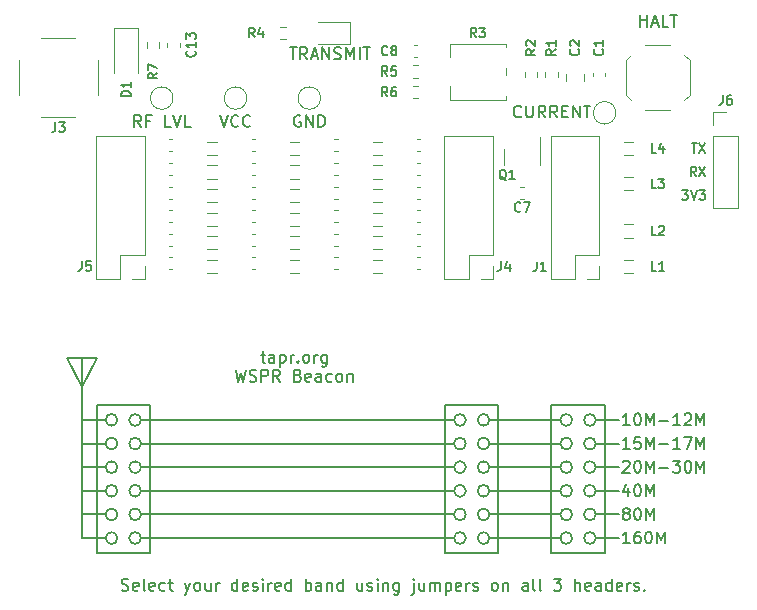
<source format=gbr>
%TF.GenerationSoftware,KiCad,Pcbnew,(6.0.1)*%
%TF.CreationDate,2022-08-09T16:04:10-07:00*%
%TF.ProjectId,WSPR3,57535052-332e-46b6-9963-61645f706362,rev?*%
%TF.SameCoordinates,Original*%
%TF.FileFunction,Legend,Top*%
%TF.FilePolarity,Positive*%
%FSLAX46Y46*%
G04 Gerber Fmt 4.6, Leading zero omitted, Abs format (unit mm)*
G04 Created by KiCad (PCBNEW (6.0.1)) date 2022-08-09 16:04:10*
%MOMM*%
%LPD*%
G01*
G04 APERTURE LIST*
%ADD10C,0.150000*%
%ADD11C,0.120000*%
G04 APERTURE END LIST*
D10*
X62000000Y-98250000D02*
X62750000Y-98250000D01*
X89500000Y-94250000D02*
G75*
G03*
X89500000Y-94250000I-500000J0D01*
G01*
X100500000Y-96250000D02*
G75*
G03*
X100500000Y-96250000I-500000J0D01*
G01*
X98500000Y-92250001D02*
G75*
G03*
X98500000Y-92250001I-500000J0D01*
G01*
X92250000Y-98250000D02*
X96750000Y-98250000D01*
X92250000Y-101500000D02*
X87750000Y-101500000D01*
X87750000Y-101500000D02*
X87750000Y-89000000D01*
X87750000Y-89000000D02*
X92250001Y-89000000D01*
X92250001Y-89000000D02*
X92250000Y-101500000D01*
X89500000Y-92250001D02*
G75*
G03*
X89500000Y-92250001I-500000J0D01*
G01*
X89499999Y-90250000D02*
G75*
G03*
X89499999Y-90250000I-499999J0D01*
G01*
X88500000Y-92250000D02*
X87750000Y-92250000D01*
X100500000Y-94250001D02*
G75*
G03*
X100500000Y-94250001I-500000J0D01*
G01*
X97500000Y-92250000D02*
X96750000Y-92250000D01*
X55750000Y-85000000D02*
X57000000Y-87500000D01*
X97500001Y-94250000D02*
X96750000Y-94250001D01*
X62000000Y-94250000D02*
X62750000Y-94250000D01*
X91500000Y-94250000D02*
X92250000Y-94250000D01*
X62750000Y-90250000D02*
X87750001Y-90250000D01*
X91500000Y-90250000D02*
X92250000Y-90250000D01*
X100500000Y-92250000D02*
G75*
G03*
X100500000Y-92250000I-500000J0D01*
G01*
X100500000Y-100250000D02*
X101250000Y-100250000D01*
X89500000Y-98250000D02*
G75*
G03*
X89500000Y-98250000I-500000J0D01*
G01*
X62000000Y-100250000D02*
G75*
G03*
X62000000Y-100250000I-500000J0D01*
G01*
X62750000Y-96250000D02*
X87750000Y-96250000D01*
X62000000Y-90250000D02*
X62750000Y-90250000D01*
X100500000Y-98250000D02*
X101250000Y-98250000D01*
X59000000Y-94250001D02*
X58250000Y-94250001D01*
X98499999Y-94250000D02*
G75*
G03*
X98499999Y-94250000I-499999J0D01*
G01*
X62750000Y-92250001D02*
X87750000Y-92250000D01*
X92250000Y-92250001D02*
X96750000Y-92250000D01*
X62750000Y-100250000D02*
X87750000Y-100250000D01*
X100500000Y-100250000D02*
G75*
G03*
X100500000Y-100250000I-500000J0D01*
G01*
X61999999Y-92250000D02*
X62750000Y-92250001D01*
X98500000Y-98250000D02*
G75*
G03*
X98500000Y-98250000I-500000J0D01*
G01*
X60000000Y-98250000D02*
G75*
G03*
X60000000Y-98250000I-500000J0D01*
G01*
X89500000Y-96250000D02*
G75*
G03*
X89500000Y-96250000I-500000J0D01*
G01*
X91500002Y-90250000D02*
G75*
G03*
X91500002Y-90250000I-500001J0D01*
G01*
X102500000Y-98250000D02*
X101250000Y-98250000D01*
X100500000Y-98250000D02*
G75*
G03*
X100500000Y-98250000I-500000J0D01*
G01*
X58250000Y-98250000D02*
X57000000Y-98250000D01*
X91500000Y-94250001D02*
G75*
G03*
X91500000Y-94250001I-500000J0D01*
G01*
X91500000Y-96250000D02*
G75*
G03*
X91500000Y-96250000I-500000J0D01*
G01*
X89500000Y-100250000D02*
G75*
G03*
X89500000Y-100250000I-500000J0D01*
G01*
X97500000Y-100250000D02*
X96750000Y-100250000D01*
X91500000Y-92250001D02*
X92250000Y-92250001D01*
X88500000Y-94250001D02*
X87750000Y-94250001D01*
X57000000Y-87500000D02*
X58250000Y-85000000D01*
X57000000Y-87500000D02*
X57000000Y-85000000D01*
X58250000Y-100250000D02*
X57000000Y-100250000D01*
X100500000Y-90250000D02*
X101250000Y-90250000D01*
X88500000Y-96250000D02*
X87750000Y-96250000D01*
X97500001Y-90250000D02*
X96750001Y-90250000D01*
X59000000Y-98250000D02*
X58250000Y-98250000D01*
X100500000Y-94250000D02*
X101250000Y-94250000D01*
X100500000Y-96250000D02*
X101250000Y-96250000D01*
X102500000Y-92250000D02*
X101250001Y-92250000D01*
X91500000Y-100250000D02*
G75*
G03*
X91500000Y-100250000I-500000J0D01*
G01*
X91500000Y-100250000D02*
X92250000Y-100250000D01*
X92250000Y-94250000D02*
X96750000Y-94250001D01*
X58250000Y-96250000D02*
X57000000Y-96250000D01*
X91500000Y-96250000D02*
X92250000Y-96250000D01*
X58249999Y-90250000D02*
X57000000Y-90250000D01*
X100500002Y-90250000D02*
G75*
G03*
X100500002Y-90250000I-500001J0D01*
G01*
X98500000Y-96250000D02*
G75*
G03*
X98500000Y-96250000I-500000J0D01*
G01*
X92250000Y-100250000D02*
X96750000Y-100250000D01*
X97500000Y-96250000D02*
X96750000Y-96250000D01*
X91500000Y-98250000D02*
G75*
G03*
X91500000Y-98250000I-500000J0D01*
G01*
X60000000Y-92250001D02*
G75*
G03*
X60000000Y-92250001I-500000J0D01*
G01*
X62000000Y-96250000D02*
X62750000Y-96250000D01*
X98500000Y-100250000D02*
G75*
G03*
X98500000Y-100250000I-500000J0D01*
G01*
X60000000Y-96250000D02*
G75*
G03*
X60000000Y-96250000I-500000J0D01*
G01*
X102500000Y-100250000D02*
X101250000Y-100250000D01*
X102500000Y-94250001D02*
X101250000Y-94250000D01*
X92250000Y-96240001D02*
X96750000Y-96240000D01*
X59999999Y-90250000D02*
G75*
G03*
X59999999Y-90250000I-499999J0D01*
G01*
X62000002Y-90250000D02*
G75*
G03*
X62000002Y-90250000I-500001J0D01*
G01*
X59000000Y-92250000D02*
X58250000Y-92250000D01*
X60000000Y-100250000D02*
G75*
G03*
X60000000Y-100250000I-500000J0D01*
G01*
X91500000Y-98250000D02*
X92250000Y-98250000D01*
X62750000Y-101500000D02*
X58250000Y-101500000D01*
X58250000Y-101500000D02*
X58250000Y-89000000D01*
X58250000Y-89000000D02*
X62750000Y-89000001D01*
X62750000Y-89000001D02*
X62750000Y-101500000D01*
X100500000Y-92250001D02*
X101250001Y-92250000D01*
X102500001Y-90250000D02*
X101250000Y-90250000D01*
X58250000Y-85000000D02*
X55750000Y-85000000D01*
X59000000Y-96250000D02*
X58250000Y-96250000D01*
X88500000Y-100250000D02*
X87750000Y-100250000D01*
X59000001Y-90250000D02*
X58249999Y-90250000D01*
X102500000Y-96250000D02*
X101250000Y-96250000D01*
X62000000Y-98250000D02*
G75*
G03*
X62000000Y-98250000I-500000J0D01*
G01*
X101250000Y-101500000D02*
X96750000Y-101500000D01*
X96750000Y-101500000D02*
X96750000Y-89000000D01*
X96750000Y-89000000D02*
X101250001Y-89000000D01*
X101250001Y-89000000D02*
X101250000Y-101500000D01*
X62000000Y-96250000D02*
G75*
G03*
X62000000Y-96250000I-500000J0D01*
G01*
X62000000Y-100250000D02*
X62750000Y-100250000D01*
X97500000Y-98250000D02*
X96750000Y-98250000D01*
X88500000Y-98250000D02*
X87750000Y-98250000D01*
X59000000Y-100250000D02*
X58250000Y-100250000D01*
X60000000Y-94250000D02*
G75*
G03*
X60000000Y-94250000I-500000J0D01*
G01*
X98499999Y-90250000D02*
G75*
G03*
X98499999Y-90250000I-499999J0D01*
G01*
X62750000Y-94250000D02*
X87750000Y-94250001D01*
X91500000Y-92250000D02*
G75*
G03*
X91500000Y-92250000I-500000J0D01*
G01*
X88500001Y-90250000D02*
X87750001Y-90250000D01*
X92250000Y-90250000D02*
X96750001Y-90250000D01*
X62750000Y-98250000D02*
X87750000Y-98250000D01*
X61999999Y-92250000D02*
G75*
G03*
X61999999Y-92250000I-499999J0D01*
G01*
X58250000Y-92250000D02*
X57000000Y-92250001D01*
X58250000Y-94250001D02*
X57000000Y-94250000D01*
X62000000Y-94250001D02*
G75*
G03*
X62000000Y-94250001I-500000J0D01*
G01*
X57000000Y-87500000D02*
X57000000Y-100250000D01*
X108988214Y-69611904D02*
X108721547Y-69230952D01*
X108531071Y-69611904D02*
X108531071Y-68811904D01*
X108835833Y-68811904D01*
X108912023Y-68850000D01*
X108950119Y-68888095D01*
X108988214Y-68964285D01*
X108988214Y-69078571D01*
X108950119Y-69154761D01*
X108912023Y-69192857D01*
X108835833Y-69230952D01*
X108531071Y-69230952D01*
X109254880Y-68811904D02*
X109788214Y-69611904D01*
X109788214Y-68811904D02*
X109254880Y-69611904D01*
X62011904Y-65452380D02*
X61678571Y-64976190D01*
X61440476Y-65452380D02*
X61440476Y-64452380D01*
X61821428Y-64452380D01*
X61916666Y-64500000D01*
X61964285Y-64547619D01*
X62011904Y-64642857D01*
X62011904Y-64785714D01*
X61964285Y-64880952D01*
X61916666Y-64928571D01*
X61821428Y-64976190D01*
X61440476Y-64976190D01*
X62773809Y-64928571D02*
X62440476Y-64928571D01*
X62440476Y-65452380D02*
X62440476Y-64452380D01*
X62916666Y-64452380D01*
X64535714Y-65452380D02*
X64059523Y-65452380D01*
X64059523Y-64452380D01*
X64726190Y-64452380D02*
X65059523Y-65452380D01*
X65392857Y-64452380D01*
X66202380Y-65452380D02*
X65726190Y-65452380D01*
X65726190Y-64452380D01*
X102787976Y-93797620D02*
X102835595Y-93750001D01*
X102930833Y-93702381D01*
X103168928Y-93702381D01*
X103264166Y-93750001D01*
X103311785Y-93797620D01*
X103359404Y-93892858D01*
X103359404Y-93988096D01*
X103311785Y-94130953D01*
X102740357Y-94702381D01*
X103359404Y-94702381D01*
X103978452Y-93702381D02*
X104073690Y-93702381D01*
X104168928Y-93750001D01*
X104216547Y-93797620D01*
X104264166Y-93892858D01*
X104311785Y-94083334D01*
X104311785Y-94321429D01*
X104264166Y-94511905D01*
X104216547Y-94607143D01*
X104168928Y-94654762D01*
X104073690Y-94702381D01*
X103978452Y-94702381D01*
X103883214Y-94654762D01*
X103835595Y-94607143D01*
X103787976Y-94511905D01*
X103740357Y-94321429D01*
X103740357Y-94083334D01*
X103787976Y-93892858D01*
X103835595Y-93797620D01*
X103883214Y-93750001D01*
X103978452Y-93702381D01*
X104740357Y-94702381D02*
X104740357Y-93702381D01*
X105073690Y-94416667D01*
X105407023Y-93702381D01*
X105407023Y-94702381D01*
X105883214Y-94321429D02*
X106645119Y-94321429D01*
X107026071Y-93702381D02*
X107645119Y-93702381D01*
X107311785Y-94083334D01*
X107454642Y-94083334D01*
X107549880Y-94130953D01*
X107597500Y-94178572D01*
X107645119Y-94273810D01*
X107645119Y-94511905D01*
X107597500Y-94607143D01*
X107549880Y-94654762D01*
X107454642Y-94702381D01*
X107168928Y-94702381D01*
X107073690Y-94654762D01*
X107026071Y-94607143D01*
X108264166Y-93702381D02*
X108359404Y-93702381D01*
X108454642Y-93750001D01*
X108502261Y-93797620D01*
X108549880Y-93892858D01*
X108597500Y-94083334D01*
X108597500Y-94321429D01*
X108549880Y-94511905D01*
X108502261Y-94607143D01*
X108454642Y-94654762D01*
X108359404Y-94702381D01*
X108264166Y-94702381D01*
X108168928Y-94654762D01*
X108121309Y-94607143D01*
X108073690Y-94511905D01*
X108026071Y-94321429D01*
X108026071Y-94083334D01*
X108073690Y-93892858D01*
X108121309Y-93797620D01*
X108168928Y-93750001D01*
X108264166Y-93702381D01*
X109026071Y-94702381D02*
X109026071Y-93702381D01*
X109359404Y-94416667D01*
X109692738Y-93702381D01*
X109692738Y-94702381D01*
X72142857Y-84730714D02*
X72523809Y-84730714D01*
X72285714Y-84397380D02*
X72285714Y-85254523D01*
X72333333Y-85349761D01*
X72428571Y-85397380D01*
X72523809Y-85397380D01*
X73285714Y-85397380D02*
X73285714Y-84873571D01*
X73238095Y-84778333D01*
X73142857Y-84730714D01*
X72952380Y-84730714D01*
X72857142Y-84778333D01*
X73285714Y-85349761D02*
X73190476Y-85397380D01*
X72952380Y-85397380D01*
X72857142Y-85349761D01*
X72809523Y-85254523D01*
X72809523Y-85159285D01*
X72857142Y-85064047D01*
X72952380Y-85016428D01*
X73190476Y-85016428D01*
X73285714Y-84968809D01*
X73761904Y-84730714D02*
X73761904Y-85730714D01*
X73761904Y-84778333D02*
X73857142Y-84730714D01*
X74047619Y-84730714D01*
X74142857Y-84778333D01*
X74190476Y-84825952D01*
X74238095Y-84921190D01*
X74238095Y-85206904D01*
X74190476Y-85302142D01*
X74142857Y-85349761D01*
X74047619Y-85397380D01*
X73857142Y-85397380D01*
X73761904Y-85349761D01*
X74666666Y-85397380D02*
X74666666Y-84730714D01*
X74666666Y-84921190D02*
X74714285Y-84825952D01*
X74761904Y-84778333D01*
X74857142Y-84730714D01*
X74952380Y-84730714D01*
X75285714Y-85302142D02*
X75333333Y-85349761D01*
X75285714Y-85397380D01*
X75238095Y-85349761D01*
X75285714Y-85302142D01*
X75285714Y-85397380D01*
X75904761Y-85397380D02*
X75809523Y-85349761D01*
X75761904Y-85302142D01*
X75714285Y-85206904D01*
X75714285Y-84921190D01*
X75761904Y-84825952D01*
X75809523Y-84778333D01*
X75904761Y-84730714D01*
X76047619Y-84730714D01*
X76142857Y-84778333D01*
X76190476Y-84825952D01*
X76238095Y-84921190D01*
X76238095Y-85206904D01*
X76190476Y-85302142D01*
X76142857Y-85349761D01*
X76047619Y-85397380D01*
X75904761Y-85397380D01*
X76666666Y-85397380D02*
X76666666Y-84730714D01*
X76666666Y-84921190D02*
X76714285Y-84825952D01*
X76761904Y-84778333D01*
X76857142Y-84730714D01*
X76952380Y-84730714D01*
X77714285Y-84730714D02*
X77714285Y-85540238D01*
X77666666Y-85635476D01*
X77619047Y-85683095D01*
X77523809Y-85730714D01*
X77380952Y-85730714D01*
X77285714Y-85683095D01*
X77714285Y-85349761D02*
X77619047Y-85397380D01*
X77428571Y-85397380D01*
X77333333Y-85349761D01*
X77285714Y-85302142D01*
X77238095Y-85206904D01*
X77238095Y-84921190D01*
X77285714Y-84825952D01*
X77333333Y-84778333D01*
X77428571Y-84730714D01*
X77619047Y-84730714D01*
X77714285Y-84778333D01*
X70000000Y-86007380D02*
X70238095Y-87007380D01*
X70428571Y-86293095D01*
X70619047Y-87007380D01*
X70857142Y-86007380D01*
X71190476Y-86959761D02*
X71333333Y-87007380D01*
X71571428Y-87007380D01*
X71666666Y-86959761D01*
X71714285Y-86912142D01*
X71761904Y-86816904D01*
X71761904Y-86721666D01*
X71714285Y-86626428D01*
X71666666Y-86578809D01*
X71571428Y-86531190D01*
X71380952Y-86483571D01*
X71285714Y-86435952D01*
X71238095Y-86388333D01*
X71190476Y-86293095D01*
X71190476Y-86197857D01*
X71238095Y-86102619D01*
X71285714Y-86055000D01*
X71380952Y-86007380D01*
X71619047Y-86007380D01*
X71761904Y-86055000D01*
X72190476Y-87007380D02*
X72190476Y-86007380D01*
X72571428Y-86007380D01*
X72666666Y-86055000D01*
X72714285Y-86102619D01*
X72761904Y-86197857D01*
X72761904Y-86340714D01*
X72714285Y-86435952D01*
X72666666Y-86483571D01*
X72571428Y-86531190D01*
X72190476Y-86531190D01*
X73761904Y-87007380D02*
X73428571Y-86531190D01*
X73190476Y-87007380D02*
X73190476Y-86007380D01*
X73571428Y-86007380D01*
X73666666Y-86055000D01*
X73714285Y-86102619D01*
X73761904Y-86197857D01*
X73761904Y-86340714D01*
X73714285Y-86435952D01*
X73666666Y-86483571D01*
X73571428Y-86531190D01*
X73190476Y-86531190D01*
X75285714Y-86483571D02*
X75428571Y-86531190D01*
X75476190Y-86578809D01*
X75523809Y-86674047D01*
X75523809Y-86816904D01*
X75476190Y-86912142D01*
X75428571Y-86959761D01*
X75333333Y-87007380D01*
X74952380Y-87007380D01*
X74952380Y-86007380D01*
X75285714Y-86007380D01*
X75380952Y-86055000D01*
X75428571Y-86102619D01*
X75476190Y-86197857D01*
X75476190Y-86293095D01*
X75428571Y-86388333D01*
X75380952Y-86435952D01*
X75285714Y-86483571D01*
X74952380Y-86483571D01*
X76333333Y-86959761D02*
X76238095Y-87007380D01*
X76047619Y-87007380D01*
X75952380Y-86959761D01*
X75904761Y-86864523D01*
X75904761Y-86483571D01*
X75952380Y-86388333D01*
X76047619Y-86340714D01*
X76238095Y-86340714D01*
X76333333Y-86388333D01*
X76380952Y-86483571D01*
X76380952Y-86578809D01*
X75904761Y-86674047D01*
X77238095Y-87007380D02*
X77238095Y-86483571D01*
X77190476Y-86388333D01*
X77095238Y-86340714D01*
X76904761Y-86340714D01*
X76809523Y-86388333D01*
X77238095Y-86959761D02*
X77142857Y-87007380D01*
X76904761Y-87007380D01*
X76809523Y-86959761D01*
X76761904Y-86864523D01*
X76761904Y-86769285D01*
X76809523Y-86674047D01*
X76904761Y-86626428D01*
X77142857Y-86626428D01*
X77238095Y-86578809D01*
X78142857Y-86959761D02*
X78047619Y-87007380D01*
X77857142Y-87007380D01*
X77761904Y-86959761D01*
X77714285Y-86912142D01*
X77666666Y-86816904D01*
X77666666Y-86531190D01*
X77714285Y-86435952D01*
X77761904Y-86388333D01*
X77857142Y-86340714D01*
X78047619Y-86340714D01*
X78142857Y-86388333D01*
X78714285Y-87007380D02*
X78619047Y-86959761D01*
X78571428Y-86912142D01*
X78523809Y-86816904D01*
X78523809Y-86531190D01*
X78571428Y-86435952D01*
X78619047Y-86388333D01*
X78714285Y-86340714D01*
X78857142Y-86340714D01*
X78952380Y-86388333D01*
X79000000Y-86435952D01*
X79047619Y-86531190D01*
X79047619Y-86816904D01*
X79000000Y-86912142D01*
X78952380Y-86959761D01*
X78857142Y-87007380D01*
X78714285Y-87007380D01*
X79476190Y-86340714D02*
X79476190Y-87007380D01*
X79476190Y-86435952D02*
X79523809Y-86388333D01*
X79619047Y-86340714D01*
X79761904Y-86340714D01*
X79857142Y-86388333D01*
X79904761Y-86483571D01*
X79904761Y-87007380D01*
X103359404Y-100702380D02*
X102787976Y-100702380D01*
X103073690Y-100702380D02*
X103073690Y-99702380D01*
X102978452Y-99845238D01*
X102883214Y-99940476D01*
X102787976Y-99988095D01*
X104216547Y-99702380D02*
X104026071Y-99702380D01*
X103930833Y-99750000D01*
X103883214Y-99797619D01*
X103787976Y-99940476D01*
X103740357Y-100130952D01*
X103740357Y-100511904D01*
X103787976Y-100607142D01*
X103835595Y-100654761D01*
X103930833Y-100702380D01*
X104121309Y-100702380D01*
X104216547Y-100654761D01*
X104264166Y-100607142D01*
X104311785Y-100511904D01*
X104311785Y-100273809D01*
X104264166Y-100178571D01*
X104216547Y-100130952D01*
X104121309Y-100083333D01*
X103930833Y-100083333D01*
X103835595Y-100130952D01*
X103787976Y-100178571D01*
X103740357Y-100273809D01*
X104930833Y-99702380D02*
X105026071Y-99702380D01*
X105121309Y-99750000D01*
X105168928Y-99797619D01*
X105216547Y-99892857D01*
X105264166Y-100083333D01*
X105264166Y-100321428D01*
X105216547Y-100511904D01*
X105168928Y-100607142D01*
X105121309Y-100654761D01*
X105026071Y-100702380D01*
X104930833Y-100702380D01*
X104835595Y-100654761D01*
X104787976Y-100607142D01*
X104740357Y-100511904D01*
X104692738Y-100321428D01*
X104692738Y-100083333D01*
X104740357Y-99892857D01*
X104787976Y-99797619D01*
X104835595Y-99750000D01*
X104930833Y-99702380D01*
X105692738Y-100702380D02*
X105692738Y-99702380D01*
X106026071Y-100416666D01*
X106359404Y-99702380D01*
X106359404Y-100702380D01*
X103359404Y-92702380D02*
X102787976Y-92702380D01*
X103073690Y-92702380D02*
X103073690Y-91702380D01*
X102978452Y-91845238D01*
X102883214Y-91940476D01*
X102787976Y-91988095D01*
X104264166Y-91702380D02*
X103787976Y-91702380D01*
X103740357Y-92178571D01*
X103787976Y-92130952D01*
X103883214Y-92083333D01*
X104121309Y-92083333D01*
X104216547Y-92130952D01*
X104264166Y-92178571D01*
X104311785Y-92273809D01*
X104311785Y-92511904D01*
X104264166Y-92607142D01*
X104216547Y-92654761D01*
X104121309Y-92702380D01*
X103883214Y-92702380D01*
X103787976Y-92654761D01*
X103740357Y-92607142D01*
X104740357Y-92702380D02*
X104740357Y-91702380D01*
X105073690Y-92416666D01*
X105407023Y-91702380D01*
X105407023Y-92702380D01*
X105883214Y-92321428D02*
X106645119Y-92321428D01*
X107645119Y-92702380D02*
X107073690Y-92702380D01*
X107359404Y-92702380D02*
X107359404Y-91702380D01*
X107264166Y-91845238D01*
X107168928Y-91940476D01*
X107073690Y-91988095D01*
X107978452Y-91702380D02*
X108645119Y-91702380D01*
X108216547Y-92702380D01*
X109026071Y-92702380D02*
X109026071Y-91702380D01*
X109359404Y-92416666D01*
X109692738Y-91702380D01*
X109692738Y-92702380D01*
X104250000Y-56952380D02*
X104250000Y-55952380D01*
X104250000Y-56428571D02*
X104821428Y-56428571D01*
X104821428Y-56952380D02*
X104821428Y-55952380D01*
X105250000Y-56666666D02*
X105726190Y-56666666D01*
X105154761Y-56952380D02*
X105488095Y-55952380D01*
X105821428Y-56952380D01*
X106630952Y-56952380D02*
X106154761Y-56952380D01*
X106154761Y-55952380D01*
X106821428Y-55952380D02*
X107392857Y-55952380D01*
X107107142Y-56952380D02*
X107107142Y-55952380D01*
X108607261Y-66811904D02*
X109064404Y-66811904D01*
X108835833Y-67611904D02*
X108835833Y-66811904D01*
X109254880Y-66811904D02*
X109788214Y-67611904D01*
X109788214Y-66811904D02*
X109254880Y-67611904D01*
X60357142Y-104654761D02*
X60500000Y-104702380D01*
X60738095Y-104702380D01*
X60833333Y-104654761D01*
X60880952Y-104607142D01*
X60928571Y-104511904D01*
X60928571Y-104416666D01*
X60880952Y-104321428D01*
X60833333Y-104273809D01*
X60738095Y-104226190D01*
X60547619Y-104178571D01*
X60452380Y-104130952D01*
X60404761Y-104083333D01*
X60357142Y-103988095D01*
X60357142Y-103892857D01*
X60404761Y-103797619D01*
X60452380Y-103750000D01*
X60547619Y-103702380D01*
X60785714Y-103702380D01*
X60928571Y-103750000D01*
X61738095Y-104654761D02*
X61642857Y-104702380D01*
X61452380Y-104702380D01*
X61357142Y-104654761D01*
X61309523Y-104559523D01*
X61309523Y-104178571D01*
X61357142Y-104083333D01*
X61452380Y-104035714D01*
X61642857Y-104035714D01*
X61738095Y-104083333D01*
X61785714Y-104178571D01*
X61785714Y-104273809D01*
X61309523Y-104369047D01*
X62357142Y-104702380D02*
X62261904Y-104654761D01*
X62214285Y-104559523D01*
X62214285Y-103702380D01*
X63119047Y-104654761D02*
X63023809Y-104702380D01*
X62833333Y-104702380D01*
X62738095Y-104654761D01*
X62690476Y-104559523D01*
X62690476Y-104178571D01*
X62738095Y-104083333D01*
X62833333Y-104035714D01*
X63023809Y-104035714D01*
X63119047Y-104083333D01*
X63166666Y-104178571D01*
X63166666Y-104273809D01*
X62690476Y-104369047D01*
X64023809Y-104654761D02*
X63928571Y-104702380D01*
X63738095Y-104702380D01*
X63642857Y-104654761D01*
X63595238Y-104607142D01*
X63547619Y-104511904D01*
X63547619Y-104226190D01*
X63595238Y-104130952D01*
X63642857Y-104083333D01*
X63738095Y-104035714D01*
X63928571Y-104035714D01*
X64023809Y-104083333D01*
X64309523Y-104035714D02*
X64690476Y-104035714D01*
X64452380Y-103702380D02*
X64452380Y-104559523D01*
X64500000Y-104654761D01*
X64595238Y-104702380D01*
X64690476Y-104702380D01*
X65690476Y-104035714D02*
X65928571Y-104702380D01*
X66166666Y-104035714D02*
X65928571Y-104702380D01*
X65833333Y-104940476D01*
X65785714Y-104988095D01*
X65690476Y-105035714D01*
X66690476Y-104702380D02*
X66595238Y-104654761D01*
X66547619Y-104607142D01*
X66500000Y-104511904D01*
X66500000Y-104226190D01*
X66547619Y-104130952D01*
X66595238Y-104083333D01*
X66690476Y-104035714D01*
X66833333Y-104035714D01*
X66928571Y-104083333D01*
X66976190Y-104130952D01*
X67023809Y-104226190D01*
X67023809Y-104511904D01*
X66976190Y-104607142D01*
X66928571Y-104654761D01*
X66833333Y-104702380D01*
X66690476Y-104702380D01*
X67880952Y-104035714D02*
X67880952Y-104702380D01*
X67452380Y-104035714D02*
X67452380Y-104559523D01*
X67500000Y-104654761D01*
X67595238Y-104702380D01*
X67738095Y-104702380D01*
X67833333Y-104654761D01*
X67880952Y-104607142D01*
X68357142Y-104702380D02*
X68357142Y-104035714D01*
X68357142Y-104226190D02*
X68404761Y-104130952D01*
X68452380Y-104083333D01*
X68547619Y-104035714D01*
X68642857Y-104035714D01*
X70166666Y-104702380D02*
X70166666Y-103702380D01*
X70166666Y-104654761D02*
X70071428Y-104702380D01*
X69880952Y-104702380D01*
X69785714Y-104654761D01*
X69738095Y-104607142D01*
X69690476Y-104511904D01*
X69690476Y-104226190D01*
X69738095Y-104130952D01*
X69785714Y-104083333D01*
X69880952Y-104035714D01*
X70071428Y-104035714D01*
X70166666Y-104083333D01*
X71023809Y-104654761D02*
X70928571Y-104702380D01*
X70738095Y-104702380D01*
X70642857Y-104654761D01*
X70595238Y-104559523D01*
X70595238Y-104178571D01*
X70642857Y-104083333D01*
X70738095Y-104035714D01*
X70928571Y-104035714D01*
X71023809Y-104083333D01*
X71071428Y-104178571D01*
X71071428Y-104273809D01*
X70595238Y-104369047D01*
X71452380Y-104654761D02*
X71547619Y-104702380D01*
X71738095Y-104702380D01*
X71833333Y-104654761D01*
X71880952Y-104559523D01*
X71880952Y-104511904D01*
X71833333Y-104416666D01*
X71738095Y-104369047D01*
X71595238Y-104369047D01*
X71500000Y-104321428D01*
X71452380Y-104226190D01*
X71452380Y-104178571D01*
X71500000Y-104083333D01*
X71595238Y-104035714D01*
X71738095Y-104035714D01*
X71833333Y-104083333D01*
X72309523Y-104702380D02*
X72309523Y-104035714D01*
X72309523Y-103702380D02*
X72261904Y-103750000D01*
X72309523Y-103797619D01*
X72357142Y-103750000D01*
X72309523Y-103702380D01*
X72309523Y-103797619D01*
X72785714Y-104702380D02*
X72785714Y-104035714D01*
X72785714Y-104226190D02*
X72833333Y-104130952D01*
X72880952Y-104083333D01*
X72976190Y-104035714D01*
X73071428Y-104035714D01*
X73785714Y-104654761D02*
X73690476Y-104702380D01*
X73500000Y-104702380D01*
X73404761Y-104654761D01*
X73357142Y-104559523D01*
X73357142Y-104178571D01*
X73404761Y-104083333D01*
X73500000Y-104035714D01*
X73690476Y-104035714D01*
X73785714Y-104083333D01*
X73833333Y-104178571D01*
X73833333Y-104273809D01*
X73357142Y-104369047D01*
X74690476Y-104702380D02*
X74690476Y-103702380D01*
X74690476Y-104654761D02*
X74595238Y-104702380D01*
X74404761Y-104702380D01*
X74309523Y-104654761D01*
X74261904Y-104607142D01*
X74214285Y-104511904D01*
X74214285Y-104226190D01*
X74261904Y-104130952D01*
X74309523Y-104083333D01*
X74404761Y-104035714D01*
X74595238Y-104035714D01*
X74690476Y-104083333D01*
X75928571Y-104702380D02*
X75928571Y-103702380D01*
X75928571Y-104083333D02*
X76023809Y-104035714D01*
X76214285Y-104035714D01*
X76309523Y-104083333D01*
X76357142Y-104130952D01*
X76404761Y-104226190D01*
X76404761Y-104511904D01*
X76357142Y-104607142D01*
X76309523Y-104654761D01*
X76214285Y-104702380D01*
X76023809Y-104702380D01*
X75928571Y-104654761D01*
X77261904Y-104702380D02*
X77261904Y-104178571D01*
X77214285Y-104083333D01*
X77119047Y-104035714D01*
X76928571Y-104035714D01*
X76833333Y-104083333D01*
X77261904Y-104654761D02*
X77166666Y-104702380D01*
X76928571Y-104702380D01*
X76833333Y-104654761D01*
X76785714Y-104559523D01*
X76785714Y-104464285D01*
X76833333Y-104369047D01*
X76928571Y-104321428D01*
X77166666Y-104321428D01*
X77261904Y-104273809D01*
X77738095Y-104035714D02*
X77738095Y-104702380D01*
X77738095Y-104130952D02*
X77785714Y-104083333D01*
X77880952Y-104035714D01*
X78023809Y-104035714D01*
X78119047Y-104083333D01*
X78166666Y-104178571D01*
X78166666Y-104702380D01*
X79071428Y-104702380D02*
X79071428Y-103702380D01*
X79071428Y-104654761D02*
X78976190Y-104702380D01*
X78785714Y-104702380D01*
X78690476Y-104654761D01*
X78642857Y-104607142D01*
X78595238Y-104511904D01*
X78595238Y-104226190D01*
X78642857Y-104130952D01*
X78690476Y-104083333D01*
X78785714Y-104035714D01*
X78976190Y-104035714D01*
X79071428Y-104083333D01*
X80738095Y-104035714D02*
X80738095Y-104702380D01*
X80309523Y-104035714D02*
X80309523Y-104559523D01*
X80357142Y-104654761D01*
X80452380Y-104702380D01*
X80595238Y-104702380D01*
X80690476Y-104654761D01*
X80738095Y-104607142D01*
X81166666Y-104654761D02*
X81261904Y-104702380D01*
X81452380Y-104702380D01*
X81547619Y-104654761D01*
X81595238Y-104559523D01*
X81595238Y-104511904D01*
X81547619Y-104416666D01*
X81452380Y-104369047D01*
X81309523Y-104369047D01*
X81214285Y-104321428D01*
X81166666Y-104226190D01*
X81166666Y-104178571D01*
X81214285Y-104083333D01*
X81309523Y-104035714D01*
X81452380Y-104035714D01*
X81547619Y-104083333D01*
X82023809Y-104702380D02*
X82023809Y-104035714D01*
X82023809Y-103702380D02*
X81976190Y-103750000D01*
X82023809Y-103797619D01*
X82071428Y-103750000D01*
X82023809Y-103702380D01*
X82023809Y-103797619D01*
X82500000Y-104035714D02*
X82500000Y-104702380D01*
X82500000Y-104130952D02*
X82547619Y-104083333D01*
X82642857Y-104035714D01*
X82785714Y-104035714D01*
X82880952Y-104083333D01*
X82928571Y-104178571D01*
X82928571Y-104702380D01*
X83833333Y-104035714D02*
X83833333Y-104845238D01*
X83785714Y-104940476D01*
X83738095Y-104988095D01*
X83642857Y-105035714D01*
X83500000Y-105035714D01*
X83404761Y-104988095D01*
X83833333Y-104654761D02*
X83738095Y-104702380D01*
X83547619Y-104702380D01*
X83452380Y-104654761D01*
X83404761Y-104607142D01*
X83357142Y-104511904D01*
X83357142Y-104226190D01*
X83404761Y-104130952D01*
X83452380Y-104083333D01*
X83547619Y-104035714D01*
X83738095Y-104035714D01*
X83833333Y-104083333D01*
X85071428Y-104035714D02*
X85071428Y-104892857D01*
X85023809Y-104988095D01*
X84928571Y-105035714D01*
X84880952Y-105035714D01*
X85071428Y-103702380D02*
X85023809Y-103750000D01*
X85071428Y-103797619D01*
X85119047Y-103750000D01*
X85071428Y-103702380D01*
X85071428Y-103797619D01*
X85976190Y-104035714D02*
X85976190Y-104702380D01*
X85547619Y-104035714D02*
X85547619Y-104559523D01*
X85595238Y-104654761D01*
X85690476Y-104702380D01*
X85833333Y-104702380D01*
X85928571Y-104654761D01*
X85976190Y-104607142D01*
X86452380Y-104702380D02*
X86452380Y-104035714D01*
X86452380Y-104130952D02*
X86500000Y-104083333D01*
X86595238Y-104035714D01*
X86738095Y-104035714D01*
X86833333Y-104083333D01*
X86880952Y-104178571D01*
X86880952Y-104702380D01*
X86880952Y-104178571D02*
X86928571Y-104083333D01*
X87023809Y-104035714D01*
X87166666Y-104035714D01*
X87261904Y-104083333D01*
X87309523Y-104178571D01*
X87309523Y-104702380D01*
X87785714Y-104035714D02*
X87785714Y-105035714D01*
X87785714Y-104083333D02*
X87880952Y-104035714D01*
X88071428Y-104035714D01*
X88166666Y-104083333D01*
X88214285Y-104130952D01*
X88261904Y-104226190D01*
X88261904Y-104511904D01*
X88214285Y-104607142D01*
X88166666Y-104654761D01*
X88071428Y-104702380D01*
X87880952Y-104702380D01*
X87785714Y-104654761D01*
X89071428Y-104654761D02*
X88976190Y-104702380D01*
X88785714Y-104702380D01*
X88690476Y-104654761D01*
X88642857Y-104559523D01*
X88642857Y-104178571D01*
X88690476Y-104083333D01*
X88785714Y-104035714D01*
X88976190Y-104035714D01*
X89071428Y-104083333D01*
X89119047Y-104178571D01*
X89119047Y-104273809D01*
X88642857Y-104369047D01*
X89547619Y-104702380D02*
X89547619Y-104035714D01*
X89547619Y-104226190D02*
X89595238Y-104130952D01*
X89642857Y-104083333D01*
X89738095Y-104035714D01*
X89833333Y-104035714D01*
X90119047Y-104654761D02*
X90214285Y-104702380D01*
X90404761Y-104702380D01*
X90500000Y-104654761D01*
X90547619Y-104559523D01*
X90547619Y-104511904D01*
X90500000Y-104416666D01*
X90404761Y-104369047D01*
X90261904Y-104369047D01*
X90166666Y-104321428D01*
X90119047Y-104226190D01*
X90119047Y-104178571D01*
X90166666Y-104083333D01*
X90261904Y-104035714D01*
X90404761Y-104035714D01*
X90500000Y-104083333D01*
X91880952Y-104702380D02*
X91785714Y-104654761D01*
X91738095Y-104607142D01*
X91690476Y-104511904D01*
X91690476Y-104226190D01*
X91738095Y-104130952D01*
X91785714Y-104083333D01*
X91880952Y-104035714D01*
X92023809Y-104035714D01*
X92119047Y-104083333D01*
X92166666Y-104130952D01*
X92214285Y-104226190D01*
X92214285Y-104511904D01*
X92166666Y-104607142D01*
X92119047Y-104654761D01*
X92023809Y-104702380D01*
X91880952Y-104702380D01*
X92642857Y-104035714D02*
X92642857Y-104702380D01*
X92642857Y-104130952D02*
X92690476Y-104083333D01*
X92785714Y-104035714D01*
X92928571Y-104035714D01*
X93023809Y-104083333D01*
X93071428Y-104178571D01*
X93071428Y-104702380D01*
X94738095Y-104702380D02*
X94738095Y-104178571D01*
X94690476Y-104083333D01*
X94595238Y-104035714D01*
X94404761Y-104035714D01*
X94309523Y-104083333D01*
X94738095Y-104654761D02*
X94642857Y-104702380D01*
X94404761Y-104702380D01*
X94309523Y-104654761D01*
X94261904Y-104559523D01*
X94261904Y-104464285D01*
X94309523Y-104369047D01*
X94404761Y-104321428D01*
X94642857Y-104321428D01*
X94738095Y-104273809D01*
X95357142Y-104702380D02*
X95261904Y-104654761D01*
X95214285Y-104559523D01*
X95214285Y-103702380D01*
X95880952Y-104702380D02*
X95785714Y-104654761D01*
X95738095Y-104559523D01*
X95738095Y-103702380D01*
X96928571Y-103702380D02*
X97547619Y-103702380D01*
X97214285Y-104083333D01*
X97357142Y-104083333D01*
X97452380Y-104130952D01*
X97499999Y-104178571D01*
X97547619Y-104273809D01*
X97547619Y-104511904D01*
X97499999Y-104607142D01*
X97452380Y-104654761D01*
X97357142Y-104702380D01*
X97071428Y-104702380D01*
X96976190Y-104654761D01*
X96928571Y-104607142D01*
X98738095Y-104702380D02*
X98738095Y-103702380D01*
X99166666Y-104702380D02*
X99166666Y-104178571D01*
X99119047Y-104083333D01*
X99023809Y-104035714D01*
X98880952Y-104035714D01*
X98785714Y-104083333D01*
X98738095Y-104130952D01*
X100023809Y-104654761D02*
X99928571Y-104702380D01*
X99738095Y-104702380D01*
X99642857Y-104654761D01*
X99595238Y-104559523D01*
X99595238Y-104178571D01*
X99642857Y-104083333D01*
X99738095Y-104035714D01*
X99928571Y-104035714D01*
X100023809Y-104083333D01*
X100071428Y-104178571D01*
X100071428Y-104273809D01*
X99595238Y-104369047D01*
X100928571Y-104702380D02*
X100928571Y-104178571D01*
X100880952Y-104083333D01*
X100785714Y-104035714D01*
X100595238Y-104035714D01*
X100499999Y-104083333D01*
X100928571Y-104654761D02*
X100833333Y-104702380D01*
X100595238Y-104702380D01*
X100499999Y-104654761D01*
X100452380Y-104559523D01*
X100452380Y-104464285D01*
X100499999Y-104369047D01*
X100595238Y-104321428D01*
X100833333Y-104321428D01*
X100928571Y-104273809D01*
X101833333Y-104702380D02*
X101833333Y-103702380D01*
X101833333Y-104654761D02*
X101738095Y-104702380D01*
X101547619Y-104702380D01*
X101452380Y-104654761D01*
X101404761Y-104607142D01*
X101357142Y-104511904D01*
X101357142Y-104226190D01*
X101404761Y-104130952D01*
X101452380Y-104083333D01*
X101547619Y-104035714D01*
X101738095Y-104035714D01*
X101833333Y-104083333D01*
X102690476Y-104654761D02*
X102595238Y-104702380D01*
X102404761Y-104702380D01*
X102309523Y-104654761D01*
X102261904Y-104559523D01*
X102261904Y-104178571D01*
X102309523Y-104083333D01*
X102404761Y-104035714D01*
X102595238Y-104035714D01*
X102690476Y-104083333D01*
X102738095Y-104178571D01*
X102738095Y-104273809D01*
X102261904Y-104369047D01*
X103166666Y-104702380D02*
X103166666Y-104035714D01*
X103166666Y-104226190D02*
X103214285Y-104130952D01*
X103261904Y-104083333D01*
X103357142Y-104035714D01*
X103452380Y-104035714D01*
X103738095Y-104654761D02*
X103833333Y-104702380D01*
X104023809Y-104702380D01*
X104119047Y-104654761D01*
X104166666Y-104559523D01*
X104166666Y-104511904D01*
X104119047Y-104416666D01*
X104023809Y-104369047D01*
X103880952Y-104369047D01*
X103785714Y-104321428D01*
X103738095Y-104226190D01*
X103738095Y-104178571D01*
X103785714Y-104083333D01*
X103880952Y-104035714D01*
X104023809Y-104035714D01*
X104119047Y-104083333D01*
X104595238Y-104607142D02*
X104642857Y-104654761D01*
X104595238Y-104702380D01*
X104547619Y-104654761D01*
X104595238Y-104607142D01*
X104595238Y-104702380D01*
X75488095Y-64500000D02*
X75392857Y-64452380D01*
X75250000Y-64452380D01*
X75107142Y-64500000D01*
X75011904Y-64595238D01*
X74964285Y-64690476D01*
X74916666Y-64880952D01*
X74916666Y-65023809D01*
X74964285Y-65214285D01*
X75011904Y-65309523D01*
X75107142Y-65404761D01*
X75250000Y-65452380D01*
X75345238Y-65452380D01*
X75488095Y-65404761D01*
X75535714Y-65357142D01*
X75535714Y-65023809D01*
X75345238Y-65023809D01*
X75964285Y-65452380D02*
X75964285Y-64452380D01*
X76535714Y-65452380D01*
X76535714Y-64452380D01*
X77011904Y-65452380D02*
X77011904Y-64452380D01*
X77250000Y-64452380D01*
X77392857Y-64500000D01*
X77488095Y-64595238D01*
X77535714Y-64690476D01*
X77583333Y-64880952D01*
X77583333Y-65023809D01*
X77535714Y-65214285D01*
X77488095Y-65309523D01*
X77392857Y-65404761D01*
X77250000Y-65452380D01*
X77011904Y-65452380D01*
X68666666Y-64452380D02*
X69000000Y-65452380D01*
X69333333Y-64452380D01*
X70238095Y-65357142D02*
X70190476Y-65404761D01*
X70047619Y-65452380D01*
X69952380Y-65452380D01*
X69809523Y-65404761D01*
X69714285Y-65309523D01*
X69666666Y-65214285D01*
X69619047Y-65023809D01*
X69619047Y-64880952D01*
X69666666Y-64690476D01*
X69714285Y-64595238D01*
X69809523Y-64500000D01*
X69952380Y-64452380D01*
X70047619Y-64452380D01*
X70190476Y-64500000D01*
X70238095Y-64547619D01*
X71238095Y-65357142D02*
X71190476Y-65404761D01*
X71047619Y-65452380D01*
X70952380Y-65452380D01*
X70809523Y-65404761D01*
X70714285Y-65309523D01*
X70666666Y-65214285D01*
X70619047Y-65023809D01*
X70619047Y-64880952D01*
X70666666Y-64690476D01*
X70714285Y-64595238D01*
X70809523Y-64500000D01*
X70952380Y-64452380D01*
X71047619Y-64452380D01*
X71190476Y-64500000D01*
X71238095Y-64547619D01*
X107807261Y-70811904D02*
X108302500Y-70811904D01*
X108035833Y-71116666D01*
X108150119Y-71116666D01*
X108226309Y-71154761D01*
X108264404Y-71192857D01*
X108302500Y-71269047D01*
X108302500Y-71459523D01*
X108264404Y-71535714D01*
X108226309Y-71573809D01*
X108150119Y-71611904D01*
X107921547Y-71611904D01*
X107845357Y-71573809D01*
X107807261Y-71535714D01*
X108531071Y-70811904D02*
X108797738Y-71611904D01*
X109064404Y-70811904D01*
X109254880Y-70811904D02*
X109750119Y-70811904D01*
X109483452Y-71116666D01*
X109597738Y-71116666D01*
X109673928Y-71154761D01*
X109712023Y-71192857D01*
X109750119Y-71269047D01*
X109750119Y-71459523D01*
X109712023Y-71535714D01*
X109673928Y-71573809D01*
X109597738Y-71611904D01*
X109369166Y-71611904D01*
X109292976Y-71573809D01*
X109254880Y-71535714D01*
X94178571Y-64547142D02*
X94130952Y-64594761D01*
X93988095Y-64642380D01*
X93892857Y-64642380D01*
X93750000Y-64594761D01*
X93654761Y-64499523D01*
X93607142Y-64404285D01*
X93559523Y-64213809D01*
X93559523Y-64070952D01*
X93607142Y-63880476D01*
X93654761Y-63785238D01*
X93750000Y-63690000D01*
X93892857Y-63642380D01*
X93988095Y-63642380D01*
X94130952Y-63690000D01*
X94178571Y-63737619D01*
X94607142Y-63642380D02*
X94607142Y-64451904D01*
X94654761Y-64547142D01*
X94702380Y-64594761D01*
X94797619Y-64642380D01*
X94988095Y-64642380D01*
X95083333Y-64594761D01*
X95130952Y-64547142D01*
X95178571Y-64451904D01*
X95178571Y-63642380D01*
X96226190Y-64642380D02*
X95892857Y-64166190D01*
X95654761Y-64642380D02*
X95654761Y-63642380D01*
X96035714Y-63642380D01*
X96130952Y-63690000D01*
X96178571Y-63737619D01*
X96226190Y-63832857D01*
X96226190Y-63975714D01*
X96178571Y-64070952D01*
X96130952Y-64118571D01*
X96035714Y-64166190D01*
X95654761Y-64166190D01*
X97226190Y-64642380D02*
X96892857Y-64166190D01*
X96654761Y-64642380D02*
X96654761Y-63642380D01*
X97035714Y-63642380D01*
X97130952Y-63690000D01*
X97178571Y-63737619D01*
X97226190Y-63832857D01*
X97226190Y-63975714D01*
X97178571Y-64070952D01*
X97130952Y-64118571D01*
X97035714Y-64166190D01*
X96654761Y-64166190D01*
X97654761Y-64118571D02*
X97988095Y-64118571D01*
X98130952Y-64642380D02*
X97654761Y-64642380D01*
X97654761Y-63642380D01*
X98130952Y-63642380D01*
X98559523Y-64642380D02*
X98559523Y-63642380D01*
X99130952Y-64642380D01*
X99130952Y-63642380D01*
X99464285Y-63642380D02*
X100035714Y-63642380D01*
X99750000Y-64642380D02*
X99750000Y-63642380D01*
X103359405Y-90702380D02*
X102787977Y-90702380D01*
X103073691Y-90702380D02*
X103073691Y-89702380D01*
X102978453Y-89845238D01*
X102883215Y-89940476D01*
X102787977Y-89988095D01*
X103978453Y-89702380D02*
X104073691Y-89702380D01*
X104168929Y-89750000D01*
X104216548Y-89797619D01*
X104264167Y-89892857D01*
X104311786Y-90083333D01*
X104311786Y-90321428D01*
X104264167Y-90511904D01*
X104216548Y-90607142D01*
X104168929Y-90654761D01*
X104073691Y-90702380D01*
X103978453Y-90702380D01*
X103883215Y-90654761D01*
X103835596Y-90607142D01*
X103787977Y-90511904D01*
X103740358Y-90321428D01*
X103740358Y-90083333D01*
X103787977Y-89892857D01*
X103835596Y-89797619D01*
X103883215Y-89750000D01*
X103978453Y-89702380D01*
X104740358Y-90702380D02*
X104740358Y-89702380D01*
X105073691Y-90416666D01*
X105407024Y-89702380D01*
X105407024Y-90702380D01*
X105883215Y-90321428D02*
X106645120Y-90321428D01*
X107645120Y-90702380D02*
X107073691Y-90702380D01*
X107359405Y-90702380D02*
X107359405Y-89702380D01*
X107264167Y-89845238D01*
X107168929Y-89940476D01*
X107073691Y-89988095D01*
X108026072Y-89797619D02*
X108073691Y-89750000D01*
X108168929Y-89702380D01*
X108407024Y-89702380D01*
X108502262Y-89750000D01*
X108549881Y-89797619D01*
X108597501Y-89892857D01*
X108597501Y-89988095D01*
X108549881Y-90130952D01*
X107978453Y-90702380D01*
X108597501Y-90702380D01*
X109026072Y-90702380D02*
X109026072Y-89702380D01*
X109359405Y-90416666D01*
X109692739Y-89702380D01*
X109692739Y-90702380D01*
X103264166Y-96035714D02*
X103264166Y-96702380D01*
X103026071Y-95654761D02*
X102787976Y-96369047D01*
X103407023Y-96369047D01*
X103978452Y-95702380D02*
X104073690Y-95702380D01*
X104168928Y-95750000D01*
X104216547Y-95797619D01*
X104264166Y-95892857D01*
X104311785Y-96083333D01*
X104311785Y-96321428D01*
X104264166Y-96511904D01*
X104216547Y-96607142D01*
X104168928Y-96654761D01*
X104073690Y-96702380D01*
X103978452Y-96702380D01*
X103883214Y-96654761D01*
X103835595Y-96607142D01*
X103787976Y-96511904D01*
X103740357Y-96321428D01*
X103740357Y-96083333D01*
X103787976Y-95892857D01*
X103835595Y-95797619D01*
X103883214Y-95750000D01*
X103978452Y-95702380D01*
X104740357Y-96702380D02*
X104740357Y-95702380D01*
X105073690Y-96416666D01*
X105407023Y-95702380D01*
X105407023Y-96702380D01*
X102978452Y-98130952D02*
X102883214Y-98083333D01*
X102835595Y-98035714D01*
X102787976Y-97940476D01*
X102787976Y-97892857D01*
X102835595Y-97797619D01*
X102883214Y-97750000D01*
X102978452Y-97702380D01*
X103168928Y-97702380D01*
X103264166Y-97750000D01*
X103311785Y-97797619D01*
X103359404Y-97892857D01*
X103359404Y-97940476D01*
X103311785Y-98035714D01*
X103264166Y-98083333D01*
X103168928Y-98130952D01*
X102978452Y-98130952D01*
X102883214Y-98178571D01*
X102835595Y-98226190D01*
X102787976Y-98321428D01*
X102787976Y-98511904D01*
X102835595Y-98607142D01*
X102883214Y-98654761D01*
X102978452Y-98702380D01*
X103168928Y-98702380D01*
X103264166Y-98654761D01*
X103311785Y-98607142D01*
X103359404Y-98511904D01*
X103359404Y-98321428D01*
X103311785Y-98226190D01*
X103264166Y-98178571D01*
X103168928Y-98130952D01*
X103978452Y-97702380D02*
X104073690Y-97702380D01*
X104168928Y-97750000D01*
X104216547Y-97797619D01*
X104264166Y-97892857D01*
X104311785Y-98083333D01*
X104311785Y-98321428D01*
X104264166Y-98511904D01*
X104216547Y-98607142D01*
X104168928Y-98654761D01*
X104073690Y-98702380D01*
X103978452Y-98702380D01*
X103883214Y-98654761D01*
X103835595Y-98607142D01*
X103787976Y-98511904D01*
X103740357Y-98321428D01*
X103740357Y-98083333D01*
X103787976Y-97892857D01*
X103835595Y-97797619D01*
X103883214Y-97750000D01*
X103978452Y-97702380D01*
X104740357Y-98702380D02*
X104740357Y-97702380D01*
X105073690Y-98416666D01*
X105407023Y-97702380D01*
X105407023Y-98702380D01*
X74595238Y-58702380D02*
X75166666Y-58702380D01*
X74880952Y-59702380D02*
X74880952Y-58702380D01*
X76071428Y-59702380D02*
X75738095Y-59226190D01*
X75500000Y-59702380D02*
X75500000Y-58702380D01*
X75880952Y-58702380D01*
X75976190Y-58750000D01*
X76023809Y-58797619D01*
X76071428Y-58892857D01*
X76071428Y-59035714D01*
X76023809Y-59130952D01*
X75976190Y-59178571D01*
X75880952Y-59226190D01*
X75500000Y-59226190D01*
X76452380Y-59416666D02*
X76928571Y-59416666D01*
X76357142Y-59702380D02*
X76690476Y-58702380D01*
X77023809Y-59702380D01*
X77357142Y-59702380D02*
X77357142Y-58702380D01*
X77928571Y-59702380D01*
X77928571Y-58702380D01*
X78357142Y-59654761D02*
X78500000Y-59702380D01*
X78738095Y-59702380D01*
X78833333Y-59654761D01*
X78880952Y-59607142D01*
X78928571Y-59511904D01*
X78928571Y-59416666D01*
X78880952Y-59321428D01*
X78833333Y-59273809D01*
X78738095Y-59226190D01*
X78547619Y-59178571D01*
X78452380Y-59130952D01*
X78404761Y-59083333D01*
X78357142Y-58988095D01*
X78357142Y-58892857D01*
X78404761Y-58797619D01*
X78452380Y-58750000D01*
X78547619Y-58702380D01*
X78785714Y-58702380D01*
X78928571Y-58750000D01*
X79357142Y-59702380D02*
X79357142Y-58702380D01*
X79690476Y-59416666D01*
X80023809Y-58702380D01*
X80023809Y-59702380D01*
X80500000Y-59702380D02*
X80500000Y-58702380D01*
X80833333Y-58702380D02*
X81404761Y-58702380D01*
X81119047Y-59702380D02*
X81119047Y-58702380D01*
%TO.C,J1*%
X95483333Y-76841904D02*
X95483333Y-77413333D01*
X95445238Y-77527619D01*
X95369047Y-77603809D01*
X95254761Y-77641904D01*
X95178571Y-77641904D01*
X96283333Y-77641904D02*
X95826190Y-77641904D01*
X96054761Y-77641904D02*
X96054761Y-76841904D01*
X95978571Y-76956190D01*
X95902380Y-77032380D01*
X95826190Y-77070476D01*
%TO.C,R2*%
X95361904Y-58883333D02*
X94980952Y-59150000D01*
X95361904Y-59340476D02*
X94561904Y-59340476D01*
X94561904Y-59035714D01*
X94600000Y-58959523D01*
X94638095Y-58921428D01*
X94714285Y-58883333D01*
X94828571Y-58883333D01*
X94904761Y-58921428D01*
X94942857Y-58959523D01*
X94980952Y-59035714D01*
X94980952Y-59340476D01*
X94638095Y-58578571D02*
X94600000Y-58540476D01*
X94561904Y-58464285D01*
X94561904Y-58273809D01*
X94600000Y-58197619D01*
X94638095Y-58159523D01*
X94714285Y-58121428D01*
X94790476Y-58121428D01*
X94904761Y-58159523D01*
X95361904Y-58616666D01*
X95361904Y-58121428D01*
%TO.C,C1*%
X101035714Y-58883333D02*
X101073809Y-58921428D01*
X101111904Y-59035714D01*
X101111904Y-59111904D01*
X101073809Y-59226190D01*
X100997619Y-59302380D01*
X100921428Y-59340476D01*
X100769047Y-59378571D01*
X100654761Y-59378571D01*
X100502380Y-59340476D01*
X100426190Y-59302380D01*
X100350000Y-59226190D01*
X100311904Y-59111904D01*
X100311904Y-59035714D01*
X100350000Y-58921428D01*
X100388095Y-58883333D01*
X101111904Y-58121428D02*
X101111904Y-58578571D01*
X101111904Y-58350000D02*
X100311904Y-58350000D01*
X100426190Y-58426190D01*
X100502380Y-58502380D01*
X100540476Y-58578571D01*
%TO.C,J6*%
X111233333Y-62751904D02*
X111233333Y-63323333D01*
X111195238Y-63437619D01*
X111119047Y-63513809D01*
X111004761Y-63551904D01*
X110928571Y-63551904D01*
X111957142Y-62751904D02*
X111804761Y-62751904D01*
X111728571Y-62790000D01*
X111690476Y-62828095D01*
X111614285Y-62942380D01*
X111576190Y-63094761D01*
X111576190Y-63399523D01*
X111614285Y-63475714D01*
X111652380Y-63513809D01*
X111728571Y-63551904D01*
X111880952Y-63551904D01*
X111957142Y-63513809D01*
X111995238Y-63475714D01*
X112033333Y-63399523D01*
X112033333Y-63209047D01*
X111995238Y-63132857D01*
X111957142Y-63094761D01*
X111880952Y-63056666D01*
X111728571Y-63056666D01*
X111652380Y-63094761D01*
X111614285Y-63132857D01*
X111576190Y-63209047D01*
%TO.C,C7*%
X94116666Y-72535714D02*
X94078571Y-72573809D01*
X93964285Y-72611904D01*
X93888095Y-72611904D01*
X93773809Y-72573809D01*
X93697619Y-72497619D01*
X93659523Y-72421428D01*
X93621428Y-72269047D01*
X93621428Y-72154761D01*
X93659523Y-72002380D01*
X93697619Y-71926190D01*
X93773809Y-71850000D01*
X93888095Y-71811904D01*
X93964285Y-71811904D01*
X94078571Y-71850000D01*
X94116666Y-71888095D01*
X94383333Y-71811904D02*
X94916666Y-71811904D01*
X94573809Y-72611904D01*
%TO.C,R6*%
X82866666Y-62861904D02*
X82600000Y-62480952D01*
X82409523Y-62861904D02*
X82409523Y-62061904D01*
X82714285Y-62061904D01*
X82790476Y-62100000D01*
X82828571Y-62138095D01*
X82866666Y-62214285D01*
X82866666Y-62328571D01*
X82828571Y-62404761D01*
X82790476Y-62442857D01*
X82714285Y-62480952D01*
X82409523Y-62480952D01*
X83552380Y-62061904D02*
X83400000Y-62061904D01*
X83323809Y-62100000D01*
X83285714Y-62138095D01*
X83209523Y-62252380D01*
X83171428Y-62404761D01*
X83171428Y-62709523D01*
X83209523Y-62785714D01*
X83247619Y-62823809D01*
X83323809Y-62861904D01*
X83476190Y-62861904D01*
X83552380Y-62823809D01*
X83590476Y-62785714D01*
X83628571Y-62709523D01*
X83628571Y-62519047D01*
X83590476Y-62442857D01*
X83552380Y-62404761D01*
X83476190Y-62366666D01*
X83323809Y-62366666D01*
X83247619Y-62404761D01*
X83209523Y-62442857D01*
X83171428Y-62519047D01*
%TO.C,J3*%
X54733333Y-65061904D02*
X54733333Y-65633333D01*
X54695238Y-65747619D01*
X54619047Y-65823809D01*
X54504761Y-65861904D01*
X54428571Y-65861904D01*
X55038095Y-65061904D02*
X55533333Y-65061904D01*
X55266666Y-65366666D01*
X55380952Y-65366666D01*
X55457142Y-65404761D01*
X55495238Y-65442857D01*
X55533333Y-65519047D01*
X55533333Y-65709523D01*
X55495238Y-65785714D01*
X55457142Y-65823809D01*
X55380952Y-65861904D01*
X55152380Y-65861904D01*
X55076190Y-65823809D01*
X55038095Y-65785714D01*
%TO.C,R1*%
X97111904Y-58883333D02*
X96730952Y-59150000D01*
X97111904Y-59340476D02*
X96311904Y-59340476D01*
X96311904Y-59035714D01*
X96350000Y-58959523D01*
X96388095Y-58921428D01*
X96464285Y-58883333D01*
X96578571Y-58883333D01*
X96654761Y-58921428D01*
X96692857Y-58959523D01*
X96730952Y-59035714D01*
X96730952Y-59340476D01*
X97111904Y-58121428D02*
X97111904Y-58578571D01*
X97111904Y-58350000D02*
X96311904Y-58350000D01*
X96426190Y-58426190D01*
X96502380Y-58502380D01*
X96540476Y-58578571D01*
%TO.C,L1*%
X105616665Y-77611904D02*
X105235713Y-77611904D01*
X105235713Y-76811904D01*
X106302379Y-77611904D02*
X105845237Y-77611904D01*
X106073808Y-77611904D02*
X106073808Y-76811904D01*
X105997618Y-76926190D01*
X105921427Y-77002380D01*
X105845237Y-77040476D01*
%TO.C,J4*%
X92483333Y-76811904D02*
X92483333Y-77383333D01*
X92445238Y-77497619D01*
X92369047Y-77573809D01*
X92254761Y-77611904D01*
X92178571Y-77611904D01*
X93207142Y-77078571D02*
X93207142Y-77611904D01*
X93016666Y-76773809D02*
X92826190Y-77345238D01*
X93321428Y-77345238D01*
%TO.C,C13*%
X66535714Y-59014285D02*
X66573809Y-59052380D01*
X66611904Y-59166666D01*
X66611904Y-59242857D01*
X66573809Y-59357142D01*
X66497619Y-59433333D01*
X66421428Y-59471428D01*
X66269047Y-59509523D01*
X66154761Y-59509523D01*
X66002380Y-59471428D01*
X65926190Y-59433333D01*
X65850000Y-59357142D01*
X65811904Y-59242857D01*
X65811904Y-59166666D01*
X65850000Y-59052380D01*
X65888095Y-59014285D01*
X66611904Y-58252380D02*
X66611904Y-58709523D01*
X66611904Y-58480952D02*
X65811904Y-58480952D01*
X65926190Y-58557142D01*
X66002380Y-58633333D01*
X66040476Y-58709523D01*
X65811904Y-57985714D02*
X65811904Y-57490476D01*
X66116666Y-57757142D01*
X66116666Y-57642857D01*
X66154761Y-57566666D01*
X66192857Y-57528571D01*
X66269047Y-57490476D01*
X66459523Y-57490476D01*
X66535714Y-57528571D01*
X66573809Y-57566666D01*
X66611904Y-57642857D01*
X66611904Y-57871428D01*
X66573809Y-57947619D01*
X66535714Y-57985714D01*
%TO.C,Q1*%
X92923809Y-69938095D02*
X92847619Y-69900000D01*
X92771428Y-69823809D01*
X92657142Y-69709523D01*
X92580952Y-69671428D01*
X92504761Y-69671428D01*
X92542857Y-69861904D02*
X92466666Y-69823809D01*
X92390476Y-69747619D01*
X92352380Y-69595238D01*
X92352380Y-69328571D01*
X92390476Y-69176190D01*
X92466666Y-69100000D01*
X92542857Y-69061904D01*
X92695238Y-69061904D01*
X92771428Y-69100000D01*
X92847619Y-69176190D01*
X92885714Y-69328571D01*
X92885714Y-69595238D01*
X92847619Y-69747619D01*
X92771428Y-69823809D01*
X92695238Y-69861904D01*
X92542857Y-69861904D01*
X93647619Y-69861904D02*
X93190476Y-69861904D01*
X93419047Y-69861904D02*
X93419047Y-69061904D01*
X93342857Y-69176190D01*
X93266666Y-69252380D01*
X93190476Y-69290476D01*
%TO.C,D1*%
X61111904Y-62840476D02*
X60311904Y-62840476D01*
X60311904Y-62650000D01*
X60350000Y-62535714D01*
X60426190Y-62459523D01*
X60502380Y-62421428D01*
X60654761Y-62383333D01*
X60769047Y-62383333D01*
X60921428Y-62421428D01*
X60997619Y-62459523D01*
X61073809Y-62535714D01*
X61111904Y-62650000D01*
X61111904Y-62840476D01*
X61111904Y-61621428D02*
X61111904Y-62078571D01*
X61111904Y-61850000D02*
X60311904Y-61850000D01*
X60426190Y-61926190D01*
X60502380Y-62002380D01*
X60540476Y-62078571D01*
%TO.C,C8*%
X82866666Y-59285714D02*
X82828571Y-59323809D01*
X82714285Y-59361904D01*
X82638095Y-59361904D01*
X82523809Y-59323809D01*
X82447619Y-59247619D01*
X82409523Y-59171428D01*
X82371428Y-59019047D01*
X82371428Y-58904761D01*
X82409523Y-58752380D01*
X82447619Y-58676190D01*
X82523809Y-58600000D01*
X82638095Y-58561904D01*
X82714285Y-58561904D01*
X82828571Y-58600000D01*
X82866666Y-58638095D01*
X83323809Y-58904761D02*
X83247619Y-58866666D01*
X83209523Y-58828571D01*
X83171428Y-58752380D01*
X83171428Y-58714285D01*
X83209523Y-58638095D01*
X83247619Y-58600000D01*
X83323809Y-58561904D01*
X83476190Y-58561904D01*
X83552380Y-58600000D01*
X83590476Y-58638095D01*
X83628571Y-58714285D01*
X83628571Y-58752380D01*
X83590476Y-58828571D01*
X83552380Y-58866666D01*
X83476190Y-58904761D01*
X83323809Y-58904761D01*
X83247619Y-58942857D01*
X83209523Y-58980952D01*
X83171428Y-59057142D01*
X83171428Y-59209523D01*
X83209523Y-59285714D01*
X83247619Y-59323809D01*
X83323809Y-59361904D01*
X83476190Y-59361904D01*
X83552380Y-59323809D01*
X83590476Y-59285714D01*
X83628571Y-59209523D01*
X83628571Y-59057142D01*
X83590476Y-58980952D01*
X83552380Y-58942857D01*
X83476190Y-58904761D01*
%TO.C,R7*%
X63361904Y-60883333D02*
X62980952Y-61150000D01*
X63361904Y-61340476D02*
X62561904Y-61340476D01*
X62561904Y-61035714D01*
X62600000Y-60959523D01*
X62638095Y-60921428D01*
X62714285Y-60883333D01*
X62828571Y-60883333D01*
X62904761Y-60921428D01*
X62942857Y-60959523D01*
X62980952Y-61035714D01*
X62980952Y-61340476D01*
X62561904Y-60616666D02*
X62561904Y-60083333D01*
X63361904Y-60426190D01*
%TO.C,R3*%
X90366666Y-57861904D02*
X90100000Y-57480952D01*
X89909523Y-57861904D02*
X89909523Y-57061904D01*
X90214285Y-57061904D01*
X90290476Y-57100000D01*
X90328571Y-57138095D01*
X90366666Y-57214285D01*
X90366666Y-57328571D01*
X90328571Y-57404761D01*
X90290476Y-57442857D01*
X90214285Y-57480952D01*
X89909523Y-57480952D01*
X90633333Y-57061904D02*
X91128571Y-57061904D01*
X90861904Y-57366666D01*
X90976190Y-57366666D01*
X91052380Y-57404761D01*
X91090476Y-57442857D01*
X91128571Y-57519047D01*
X91128571Y-57709523D01*
X91090476Y-57785714D01*
X91052380Y-57823809D01*
X90976190Y-57861904D01*
X90747619Y-57861904D01*
X90671428Y-57823809D01*
X90633333Y-57785714D01*
%TO.C,L4*%
X105616666Y-67611904D02*
X105235714Y-67611904D01*
X105235714Y-66811904D01*
X106226190Y-67078571D02*
X106226190Y-67611904D01*
X106035714Y-66773809D02*
X105845238Y-67345238D01*
X106340476Y-67345238D01*
%TO.C,R5*%
X82866666Y-61111904D02*
X82600000Y-60730952D01*
X82409523Y-61111904D02*
X82409523Y-60311904D01*
X82714285Y-60311904D01*
X82790476Y-60350000D01*
X82828571Y-60388095D01*
X82866666Y-60464285D01*
X82866666Y-60578571D01*
X82828571Y-60654761D01*
X82790476Y-60692857D01*
X82714285Y-60730952D01*
X82409523Y-60730952D01*
X83590476Y-60311904D02*
X83209523Y-60311904D01*
X83171428Y-60692857D01*
X83209523Y-60654761D01*
X83285714Y-60616666D01*
X83476190Y-60616666D01*
X83552380Y-60654761D01*
X83590476Y-60692857D01*
X83628571Y-60769047D01*
X83628571Y-60959523D01*
X83590476Y-61035714D01*
X83552380Y-61073809D01*
X83476190Y-61111904D01*
X83285714Y-61111904D01*
X83209523Y-61073809D01*
X83171428Y-61035714D01*
%TO.C,L2*%
X105616666Y-74611904D02*
X105235714Y-74611904D01*
X105235714Y-73811904D01*
X105845238Y-73888095D02*
X105883333Y-73850000D01*
X105959523Y-73811904D01*
X106150000Y-73811904D01*
X106226190Y-73850000D01*
X106264285Y-73888095D01*
X106302380Y-73964285D01*
X106302380Y-74040476D01*
X106264285Y-74154761D01*
X105807142Y-74611904D01*
X106302380Y-74611904D01*
%TO.C,R4*%
X71616666Y-57861904D02*
X71350000Y-57480952D01*
X71159523Y-57861904D02*
X71159523Y-57061904D01*
X71464285Y-57061904D01*
X71540476Y-57100000D01*
X71578571Y-57138095D01*
X71616666Y-57214285D01*
X71616666Y-57328571D01*
X71578571Y-57404761D01*
X71540476Y-57442857D01*
X71464285Y-57480952D01*
X71159523Y-57480952D01*
X72302380Y-57328571D02*
X72302380Y-57861904D01*
X72111904Y-57023809D02*
X71921428Y-57595238D01*
X72416666Y-57595238D01*
%TO.C,C2*%
X99035714Y-58883333D02*
X99073809Y-58921428D01*
X99111904Y-59035714D01*
X99111904Y-59111904D01*
X99073809Y-59226190D01*
X98997619Y-59302380D01*
X98921428Y-59340476D01*
X98769047Y-59378571D01*
X98654761Y-59378571D01*
X98502380Y-59340476D01*
X98426190Y-59302380D01*
X98350000Y-59226190D01*
X98311904Y-59111904D01*
X98311904Y-59035714D01*
X98350000Y-58921428D01*
X98388095Y-58883333D01*
X98388095Y-58578571D02*
X98350000Y-58540476D01*
X98311904Y-58464285D01*
X98311904Y-58273809D01*
X98350000Y-58197619D01*
X98388095Y-58159523D01*
X98464285Y-58121428D01*
X98540476Y-58121428D01*
X98654761Y-58159523D01*
X99111904Y-58616666D01*
X99111904Y-58121428D01*
%TO.C,L3*%
X105616666Y-70611904D02*
X105235714Y-70611904D01*
X105235714Y-69811904D01*
X105807142Y-69811904D02*
X106302380Y-69811904D01*
X106035714Y-70116666D01*
X106150000Y-70116666D01*
X106226190Y-70154761D01*
X106264285Y-70192857D01*
X106302380Y-70269047D01*
X106302380Y-70459523D01*
X106264285Y-70535714D01*
X106226190Y-70573809D01*
X106150000Y-70611904D01*
X105921428Y-70611904D01*
X105845238Y-70573809D01*
X105807142Y-70535714D01*
%TO.C,J5*%
X56983333Y-76811904D02*
X56983333Y-77383333D01*
X56945238Y-77497619D01*
X56869047Y-77573809D01*
X56754761Y-77611904D01*
X56678571Y-77611904D01*
X57745238Y-76811904D02*
X57364285Y-76811904D01*
X57326190Y-77192857D01*
X57364285Y-77154761D01*
X57440476Y-77116666D01*
X57630952Y-77116666D01*
X57707142Y-77154761D01*
X57745238Y-77192857D01*
X57783333Y-77269047D01*
X57783333Y-77459523D01*
X57745238Y-77535714D01*
X57707142Y-77573809D01*
X57630952Y-77611904D01*
X57440476Y-77611904D01*
X57364285Y-77573809D01*
X57326190Y-77535714D01*
D11*
%TO.C,J1*%
X96690001Y-78310000D02*
X96690001Y-66190000D01*
X100810001Y-76250000D02*
X98750001Y-76250000D01*
X100810001Y-76250000D02*
X100810001Y-66190000D01*
X98750001Y-78310000D02*
X96690001Y-78310000D01*
X98750001Y-76250000D02*
X98750001Y-78310000D01*
X100810001Y-66190000D02*
X96690001Y-66190000D01*
X100810001Y-77250000D02*
X100810001Y-78310000D01*
X100810001Y-78310000D02*
X99750001Y-78310000D01*
%TO.C,C23*%
X78640580Y-68490001D02*
X78359420Y-68490001D01*
X78640580Y-69510001D02*
X78359420Y-69510001D01*
%TO.C,C3*%
X85640580Y-77510000D02*
X85359420Y-77510000D01*
X85640580Y-76490000D02*
X85359420Y-76490000D01*
%TO.C,L12*%
X75399622Y-72690000D02*
X74600378Y-72690000D01*
X75399622Y-73810000D02*
X74600378Y-73810000D01*
%TO.C,R2*%
X94477500Y-61237258D02*
X94477500Y-60762742D01*
X95522500Y-61237258D02*
X95522500Y-60762742D01*
%TO.C,L6*%
X75399622Y-76690000D02*
X74600378Y-76690000D01*
X75399622Y-77810000D02*
X74600378Y-77810000D01*
%TO.C,C1*%
X101260000Y-60859420D02*
X101260000Y-61140580D01*
X100240000Y-60859420D02*
X100240000Y-61140580D01*
%TO.C,L16*%
X68399622Y-71810000D02*
X67600378Y-71810000D01*
X68399622Y-70690000D02*
X67600378Y-70690000D01*
%TO.C,J6*%
X110440000Y-64190000D02*
X111500000Y-64190000D01*
X110440000Y-66250000D02*
X110440000Y-72310000D01*
X110440000Y-66250000D02*
X112560000Y-66250000D01*
X110440000Y-65250000D02*
X110440000Y-64190000D01*
X110440000Y-72310000D02*
X112560000Y-72310000D01*
X112560000Y-66250000D02*
X112560000Y-72310000D01*
%TO.C,C7*%
X94390580Y-71510000D02*
X94109420Y-71510000D01*
X94390580Y-70490000D02*
X94109420Y-70490000D01*
%TO.C,L10*%
X68399622Y-74690000D02*
X67600378Y-74690000D01*
X68399622Y-75810000D02*
X67600378Y-75810000D01*
%TO.C,C14*%
X85640580Y-73510000D02*
X85359420Y-73510000D01*
X85640580Y-72490000D02*
X85359420Y-72490000D01*
%TO.C,R6*%
X85012742Y-61977500D02*
X85487258Y-61977500D01*
X85012742Y-63022500D02*
X85487258Y-63022500D01*
%TO.C,L14*%
X82399622Y-70690000D02*
X81600378Y-70690000D01*
X82399622Y-71810000D02*
X81600378Y-71810000D01*
%TO.C,C20*%
X71640580Y-70490001D02*
X71359420Y-70490001D01*
X71640580Y-71510001D02*
X71359420Y-71510001D01*
%TO.C,C27*%
X78640580Y-66490000D02*
X78359420Y-66490000D01*
X78640580Y-67510000D02*
X78359420Y-67510000D01*
%TO.C,C25*%
X64640581Y-68490000D02*
X64359421Y-68490000D01*
X64640581Y-69510000D02*
X64359421Y-69510000D01*
%TO.C,TP2*%
X102200000Y-64250000D02*
G75*
G03*
X102200000Y-64250000I-950000J0D01*
G01*
%TO.C,J3*%
X56450000Y-57895000D02*
X53550000Y-57895000D01*
X56450000Y-64605000D02*
X53550000Y-64605000D01*
X51645000Y-59800000D02*
X51645000Y-62700000D01*
X58355000Y-59800000D02*
X58355000Y-62700000D01*
%TO.C,L21*%
X75399622Y-67810000D02*
X74600378Y-67810000D01*
X75399622Y-66690000D02*
X74600378Y-66690000D01*
%TO.C,C26*%
X85640580Y-66489999D02*
X85359420Y-66489999D01*
X85640580Y-67509999D02*
X85359420Y-67509999D01*
%TO.C,C9*%
X85640580Y-74490000D02*
X85359420Y-74490000D01*
X85640580Y-75510000D02*
X85359420Y-75510000D01*
%TO.C,L7*%
X68399622Y-77810000D02*
X67600378Y-77810000D01*
X68399622Y-76690000D02*
X67600378Y-76690000D01*
%TO.C,TP1*%
X70950000Y-63000000D02*
G75*
G03*
X70950000Y-63000000I-950000J0D01*
G01*
%TO.C,R1*%
X97272500Y-60762742D02*
X97272500Y-61237258D01*
X96227500Y-60762742D02*
X96227500Y-61237258D01*
%TO.C,C28*%
X71640581Y-67510000D02*
X71359421Y-67510000D01*
X71640581Y-66490000D02*
X71359421Y-66490000D01*
%TO.C,L18*%
X75399622Y-68690000D02*
X74600378Y-68690000D01*
X75399622Y-69810000D02*
X74600378Y-69810000D01*
%TO.C,L20*%
X82399622Y-66690000D02*
X81600378Y-66690000D01*
X82399622Y-67810000D02*
X81600378Y-67810000D01*
%TO.C,L1*%
X103649621Y-76690000D02*
X102850377Y-76690000D01*
X103649621Y-77810000D02*
X102850377Y-77810000D01*
%TO.C,J4*%
X87690001Y-78310000D02*
X87690001Y-66190000D01*
X89750001Y-76250000D02*
X89750001Y-78310000D01*
X91810001Y-76250000D02*
X91810001Y-66190000D01*
X91810001Y-76250000D02*
X89750001Y-76250000D01*
X91810001Y-66190000D02*
X87690001Y-66190000D01*
X91810001Y-77250000D02*
X91810001Y-78310000D01*
X91810001Y-78310000D02*
X90750001Y-78310000D01*
X89750001Y-78310000D02*
X87690001Y-78310000D01*
%TO.C,C4*%
X78640580Y-76490000D02*
X78359420Y-76490000D01*
X78640580Y-77510000D02*
X78359420Y-77510000D01*
%TO.C,C13*%
X65260000Y-58640580D02*
X65260000Y-58359420D01*
X64240000Y-58640580D02*
X64240000Y-58359420D01*
%TO.C,Q1*%
X92690000Y-68000000D02*
X92690000Y-68650000D01*
X92690000Y-68000000D02*
X92690000Y-67350000D01*
X95810000Y-68000000D02*
X95810000Y-66325000D01*
X95810000Y-68000000D02*
X95810000Y-68650000D01*
%TO.C,L8*%
X82399622Y-74690000D02*
X81600378Y-74690000D01*
X82399622Y-75810000D02*
X81600378Y-75810000D01*
%TO.C,L11*%
X82399622Y-72690000D02*
X81600378Y-72690000D01*
X82399622Y-73810000D02*
X81600378Y-73810000D01*
%TO.C,L13*%
X68399622Y-72690000D02*
X67600378Y-72690000D01*
X68399622Y-73810000D02*
X67600378Y-73810000D01*
%TO.C,L5*%
X82399622Y-77810000D02*
X81600378Y-77810000D01*
X82399622Y-76690000D02*
X81600378Y-76690000D01*
%TO.C,C6*%
X64640580Y-77510000D02*
X64359420Y-77510000D01*
X64640580Y-76490000D02*
X64359420Y-76490000D01*
%TO.C,C11*%
X71640580Y-74490000D02*
X71359420Y-74490000D01*
X71640580Y-75510000D02*
X71359420Y-75510000D01*
%TO.C,TP4*%
X77200000Y-63000000D02*
G75*
G03*
X77200000Y-63000000I-950000J0D01*
G01*
%TO.C,C5*%
X71640580Y-76490000D02*
X71359420Y-76490000D01*
X71640580Y-77510000D02*
X71359420Y-77510000D01*
%TO.C,D1*%
X61750000Y-57050000D02*
X61750000Y-60900000D01*
X59750000Y-57050000D02*
X59750000Y-60900000D01*
X61750000Y-57050000D02*
X59750000Y-57050000D01*
%TO.C,C29*%
X64640580Y-66490000D02*
X64359420Y-66490000D01*
X64640580Y-67510000D02*
X64359420Y-67510000D01*
%TO.C,C8*%
X85390580Y-59510000D02*
X85109420Y-59510000D01*
X85390580Y-58490000D02*
X85109420Y-58490000D01*
%TO.C,L22*%
X68399622Y-66690000D02*
X67600378Y-66690000D01*
X68399622Y-67810000D02*
X67600378Y-67810000D01*
%TO.C,R7*%
X63522500Y-58262742D02*
X63522500Y-58737258D01*
X62477500Y-58262742D02*
X62477500Y-58737258D01*
%TO.C,R3*%
X88130000Y-58380000D02*
X88130000Y-59510000D01*
X92870000Y-63120000D02*
X88130000Y-63120000D01*
X92870000Y-58380000D02*
X92870000Y-58711000D01*
X92870000Y-60491000D02*
X92870000Y-61010000D01*
X92870000Y-62790000D02*
X92870000Y-63120000D01*
X88130000Y-61990000D02*
X88130000Y-63120000D01*
X92870000Y-58380000D02*
X88130000Y-58380000D01*
%TO.C,L17*%
X82399622Y-68690000D02*
X81600378Y-68690000D01*
X82399622Y-69810000D02*
X81600378Y-69810000D01*
%TO.C,C12*%
X64640580Y-75510000D02*
X64359420Y-75510000D01*
X64640580Y-74490000D02*
X64359420Y-74490000D01*
%TO.C,TP3*%
X64700000Y-63000000D02*
G75*
G03*
X64700000Y-63000000I-950000J0D01*
G01*
%TO.C,L4*%
X103649622Y-67810000D02*
X102850378Y-67810000D01*
X103649622Y-66690000D02*
X102850378Y-66690000D01*
%TO.C,C21*%
X64640580Y-70490000D02*
X64359420Y-70490000D01*
X64640580Y-71510000D02*
X64359420Y-71510000D01*
%TO.C,L9*%
X75399622Y-74690000D02*
X74600378Y-74690000D01*
X75399622Y-75810000D02*
X74600378Y-75810000D01*
%TO.C,LED1*%
X79685000Y-58460000D02*
X79685000Y-56540000D01*
X77000000Y-58460000D02*
X79685000Y-58460000D01*
X79685000Y-56540000D02*
X77000000Y-56540000D01*
%TO.C,C10*%
X78640580Y-74490000D02*
X78359420Y-74490000D01*
X78640580Y-75510000D02*
X78359420Y-75510000D01*
%TO.C,R5*%
X85487258Y-61272500D02*
X85012742Y-61272500D01*
X85487258Y-60227500D02*
X85012742Y-60227500D01*
%TO.C,C22*%
X85640580Y-69510000D02*
X85359420Y-69510000D01*
X85640580Y-68490000D02*
X85359420Y-68490000D01*
%TO.C,L2*%
X103649622Y-74810000D02*
X102850378Y-74810000D01*
X103649622Y-73690000D02*
X102850378Y-73690000D01*
%TO.C,R4*%
X74237258Y-56977500D02*
X73762742Y-56977500D01*
X74237258Y-58022500D02*
X73762742Y-58022500D01*
%TO.C,C17*%
X64640580Y-72490000D02*
X64359420Y-72490000D01*
X64640580Y-73510000D02*
X64359420Y-73510000D01*
%TO.C,C2*%
X99485000Y-60988748D02*
X99485000Y-61511252D01*
X98015000Y-60988748D02*
X98015000Y-61511252D01*
%TO.C,C18*%
X85640580Y-71510001D02*
X85359420Y-71510001D01*
X85640580Y-70490001D02*
X85359420Y-70490001D01*
%TO.C,SW1*%
X108470000Y-62700000D02*
X107980000Y-63190000D01*
X103030000Y-62700000D02*
X103030000Y-59800000D01*
X108470000Y-62700000D02*
X108470000Y-59800000D01*
X106790000Y-58530000D02*
X104710000Y-58530000D01*
X106790000Y-63970000D02*
X104710000Y-63970000D01*
X108470000Y-59800000D02*
X107980000Y-59310000D01*
X103030000Y-62700000D02*
X103520000Y-63190000D01*
X103030000Y-59800000D02*
X103520000Y-59310000D01*
%TO.C,L3*%
X103649622Y-69690000D02*
X102850378Y-69690000D01*
X103649622Y-70810000D02*
X102850378Y-70810000D01*
%TO.C,L15*%
X75399622Y-70690000D02*
X74600378Y-70690000D01*
X75399622Y-71810000D02*
X74600378Y-71810000D01*
%TO.C,C24*%
X71640580Y-69510000D02*
X71359420Y-69510000D01*
X71640580Y-68490000D02*
X71359420Y-68490000D01*
%TO.C,C19*%
X78640580Y-70490000D02*
X78359420Y-70490000D01*
X78640580Y-71510000D02*
X78359420Y-71510000D01*
%TO.C,J5*%
X62310001Y-66190000D02*
X58190001Y-66190000D01*
X62310001Y-76250000D02*
X62310001Y-66190000D01*
X58190001Y-78310000D02*
X58190001Y-66190000D01*
X62310001Y-77250000D02*
X62310001Y-78310000D01*
X60250001Y-78310000D02*
X58190001Y-78310000D01*
X62310001Y-78310000D02*
X61250001Y-78310000D01*
X60250001Y-76250000D02*
X60250001Y-78310000D01*
X62310001Y-76250000D02*
X60250001Y-76250000D01*
%TO.C,C15*%
X78640580Y-73510000D02*
X78359420Y-73510000D01*
X78640580Y-72490000D02*
X78359420Y-72490000D01*
%TO.C,L19*%
X68399622Y-68690000D02*
X67600378Y-68690000D01*
X68399622Y-69810000D02*
X67600378Y-69810000D01*
%TO.C,C16*%
X71640580Y-72490000D02*
X71359420Y-72490000D01*
X71640580Y-73510000D02*
X71359420Y-73510000D01*
%TD*%
M02*

</source>
